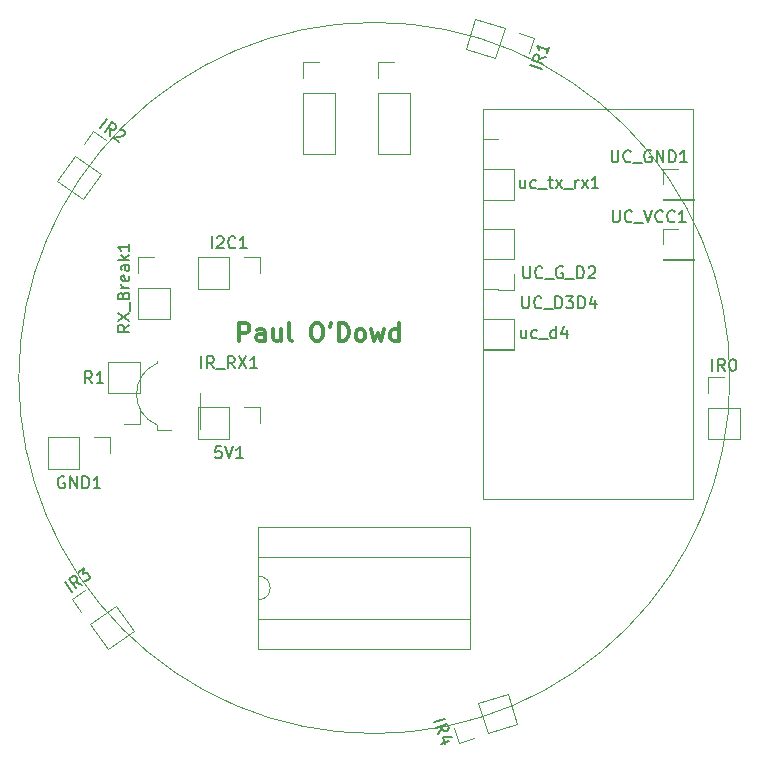
<source format=gto>
G04 #@! TF.GenerationSoftware,KiCad,Pcbnew,(5.1.4)-1*
G04 #@! TF.CreationDate,2021-11-17T10:26:50+00:00*
G04 #@! TF.ProjectId,3Pi_IRComms_v1,3350695f-4952-4436-9f6d-6d735f76312e,rev?*
G04 #@! TF.SameCoordinates,Original*
G04 #@! TF.FileFunction,Legend,Top*
G04 #@! TF.FilePolarity,Positive*
%FSLAX46Y46*%
G04 Gerber Fmt 4.6, Leading zero omitted, Abs format (unit mm)*
G04 Created by KiCad (PCBNEW (5.1.4)-1) date 2021-11-17 10:26:50*
%MOMM*%
%LPD*%
G04 APERTURE LIST*
%ADD10C,0.120000*%
%ADD11C,0.300000*%
%ADD12C,0.150000*%
G04 APERTURE END LIST*
D10*
X114240000Y-101720000D02*
X114240000Y-68700000D01*
X132020000Y-68700000D02*
X132020000Y-101720000D01*
X114240000Y-68700000D02*
X132020000Y-68700000D01*
X135116312Y-91440000D02*
G75*
G03X135116312Y-91440000I-30103822J0D01*
G01*
X132020000Y-101720000D02*
X114240000Y-101720000D01*
D11*
X93580000Y-88308571D02*
X93580000Y-86808571D01*
X94151428Y-86808571D01*
X94294285Y-86880000D01*
X94365714Y-86951428D01*
X94437142Y-87094285D01*
X94437142Y-87308571D01*
X94365714Y-87451428D01*
X94294285Y-87522857D01*
X94151428Y-87594285D01*
X93580000Y-87594285D01*
X95722857Y-88308571D02*
X95722857Y-87522857D01*
X95651428Y-87380000D01*
X95508571Y-87308571D01*
X95222857Y-87308571D01*
X95080000Y-87380000D01*
X95722857Y-88237142D02*
X95580000Y-88308571D01*
X95222857Y-88308571D01*
X95080000Y-88237142D01*
X95008571Y-88094285D01*
X95008571Y-87951428D01*
X95080000Y-87808571D01*
X95222857Y-87737142D01*
X95580000Y-87737142D01*
X95722857Y-87665714D01*
X97080000Y-87308571D02*
X97080000Y-88308571D01*
X96437142Y-87308571D02*
X96437142Y-88094285D01*
X96508571Y-88237142D01*
X96651428Y-88308571D01*
X96865714Y-88308571D01*
X97008571Y-88237142D01*
X97080000Y-88165714D01*
X98008571Y-88308571D02*
X97865714Y-88237142D01*
X97794285Y-88094285D01*
X97794285Y-86808571D01*
X100008571Y-86808571D02*
X100294285Y-86808571D01*
X100437142Y-86880000D01*
X100580000Y-87022857D01*
X100651428Y-87308571D01*
X100651428Y-87808571D01*
X100580000Y-88094285D01*
X100437142Y-88237142D01*
X100294285Y-88308571D01*
X100008571Y-88308571D01*
X99865714Y-88237142D01*
X99722857Y-88094285D01*
X99651428Y-87808571D01*
X99651428Y-87308571D01*
X99722857Y-87022857D01*
X99865714Y-86880000D01*
X100008571Y-86808571D01*
X101365714Y-86808571D02*
X101222857Y-87094285D01*
X102008571Y-88308571D02*
X102008571Y-86808571D01*
X102365714Y-86808571D01*
X102580000Y-86880000D01*
X102722857Y-87022857D01*
X102794285Y-87165714D01*
X102865714Y-87451428D01*
X102865714Y-87665714D01*
X102794285Y-87951428D01*
X102722857Y-88094285D01*
X102580000Y-88237142D01*
X102365714Y-88308571D01*
X102008571Y-88308571D01*
X103722857Y-88308571D02*
X103580000Y-88237142D01*
X103508571Y-88165714D01*
X103437142Y-88022857D01*
X103437142Y-87594285D01*
X103508571Y-87451428D01*
X103580000Y-87380000D01*
X103722857Y-87308571D01*
X103937142Y-87308571D01*
X104080000Y-87380000D01*
X104151428Y-87451428D01*
X104222857Y-87594285D01*
X104222857Y-88022857D01*
X104151428Y-88165714D01*
X104080000Y-88237142D01*
X103937142Y-88308571D01*
X103722857Y-88308571D01*
X104722857Y-87308571D02*
X105008571Y-88308571D01*
X105294285Y-87594285D01*
X105580000Y-88308571D01*
X105865714Y-87308571D01*
X107080000Y-88308571D02*
X107080000Y-86808571D01*
X107080000Y-88237142D02*
X106937142Y-88308571D01*
X106651428Y-88308571D01*
X106508571Y-88237142D01*
X106437142Y-88165714D01*
X106365714Y-88022857D01*
X106365714Y-87594285D01*
X106437142Y-87451428D01*
X106508571Y-87380000D01*
X106651428Y-87308571D01*
X106937142Y-87308571D01*
X107080000Y-87380000D01*
D10*
X85150000Y-95310000D02*
X83820000Y-95310000D01*
X85150000Y-93980000D02*
X85150000Y-95310000D01*
X85150000Y-92710000D02*
X82490000Y-92710000D01*
X82490000Y-92710000D02*
X82490000Y-90110000D01*
X85150000Y-92710000D02*
X85150000Y-90110000D01*
X85150000Y-90110000D02*
X82490000Y-90110000D01*
X82610000Y-96460000D02*
X82610000Y-97790000D01*
X81280000Y-96460000D02*
X82610000Y-96460000D01*
X80010000Y-96460000D02*
X80010000Y-99120000D01*
X80010000Y-99120000D02*
X77410000Y-99120000D01*
X80010000Y-96460000D02*
X77410000Y-96460000D01*
X77410000Y-96460000D02*
X77410000Y-99120000D01*
X95310000Y-81220000D02*
X95310000Y-82550000D01*
X93980000Y-81220000D02*
X95310000Y-81220000D01*
X92710000Y-81220000D02*
X92710000Y-83880000D01*
X92710000Y-83880000D02*
X90110000Y-83880000D01*
X92710000Y-81220000D02*
X90110000Y-81220000D01*
X90110000Y-81220000D02*
X90110000Y-83880000D01*
X95190000Y-108220000D02*
G75*
G02X95190000Y-110220000I0J-1000000D01*
G01*
X95190000Y-110220000D02*
X95190000Y-111870000D01*
X95190000Y-111870000D02*
X113090000Y-111870000D01*
X113090000Y-111870000D02*
X113090000Y-106570000D01*
X113090000Y-106570000D02*
X95190000Y-106570000D01*
X95190000Y-106570000D02*
X95190000Y-108220000D01*
X95130000Y-114360000D02*
X113150000Y-114360000D01*
X113150000Y-114360000D02*
X113150000Y-104080000D01*
X113150000Y-104080000D02*
X95130000Y-104080000D01*
X95130000Y-104080000D02*
X95130000Y-114360000D01*
X99000000Y-64710000D02*
X100330000Y-64710000D01*
X99000000Y-66040000D02*
X99000000Y-64710000D01*
X99000000Y-67310000D02*
X101660000Y-67310000D01*
X101660000Y-67310000D02*
X101660000Y-72450000D01*
X99000000Y-67310000D02*
X99000000Y-72450000D01*
X99000000Y-72450000D02*
X101660000Y-72450000D01*
X105350000Y-64710000D02*
X106680000Y-64710000D01*
X105350000Y-66040000D02*
X105350000Y-64710000D01*
X105350000Y-67310000D02*
X108010000Y-67310000D01*
X108010000Y-67310000D02*
X108010000Y-72450000D01*
X105350000Y-67310000D02*
X105350000Y-72450000D01*
X105350000Y-72450000D02*
X108010000Y-72450000D01*
X118515898Y-62646087D02*
X118104905Y-63910993D01*
X117250993Y-62235095D02*
X118515898Y-62646087D01*
X116043151Y-61842643D02*
X115221166Y-64372454D01*
X115221166Y-64372454D02*
X112748419Y-63569009D01*
X116043151Y-61842643D02*
X113570404Y-61039199D01*
X113570404Y-61039199D02*
X112748419Y-63569009D01*
X112176087Y-122325898D02*
X111765095Y-121060993D01*
X113440993Y-121914905D02*
X112176087Y-122325898D01*
X114648834Y-121522454D02*
X113826849Y-118992643D01*
X113826849Y-118992643D02*
X116299596Y-118189199D01*
X114648834Y-121522454D02*
X117121581Y-120719009D01*
X117121581Y-120719009D02*
X116299596Y-118189199D01*
X79422253Y-110195762D02*
X80498246Y-109414007D01*
X80204007Y-111271754D02*
X79422253Y-110195762D01*
X80950495Y-112299206D02*
X83102480Y-110735697D01*
X83102480Y-110735697D02*
X84630722Y-112839141D01*
X80950495Y-112299206D02*
X82478736Y-114402650D01*
X82478736Y-114402650D02*
X84630722Y-112839141D01*
X86600000Y-95870000D02*
X87800000Y-95870000D01*
X86600000Y-95870000D02*
X86600000Y-95410000D01*
X90260000Y-95790000D02*
X90260000Y-92710000D01*
X86600000Y-90210000D02*
G75*
G03X86600000Y-95410000I1100000J-2600000D01*
G01*
X86600000Y-90210000D02*
X86600000Y-89990000D01*
X95310000Y-93920000D02*
X95310000Y-95250000D01*
X93980000Y-93920000D02*
X95310000Y-93920000D01*
X92710000Y-93920000D02*
X92710000Y-96580000D01*
X92710000Y-96580000D02*
X90110000Y-96580000D01*
X92710000Y-93920000D02*
X90110000Y-93920000D01*
X90110000Y-93920000D02*
X90110000Y-96580000D01*
X116840000Y-84000000D02*
X115510000Y-84000000D01*
X116840000Y-82670000D02*
X116840000Y-84000000D01*
X116840000Y-81400000D02*
X114180000Y-81400000D01*
X114180000Y-81400000D02*
X114180000Y-78800000D01*
X116840000Y-81400000D02*
X116840000Y-78800000D01*
X116840000Y-78800000D02*
X114180000Y-78800000D01*
X133290000Y-91380000D02*
X134620000Y-91380000D01*
X133290000Y-92710000D02*
X133290000Y-91380000D01*
X133290000Y-93980000D02*
X135950000Y-93980000D01*
X135950000Y-93980000D02*
X135950000Y-96580000D01*
X133290000Y-93980000D02*
X133290000Y-96580000D01*
X133290000Y-96580000D02*
X135950000Y-96580000D01*
X114180000Y-83880000D02*
X115510000Y-83880000D01*
X114180000Y-85210000D02*
X114180000Y-83880000D01*
X114180000Y-86480000D02*
X116840000Y-86480000D01*
X116840000Y-86480000D02*
X116840000Y-89080000D01*
X114180000Y-86480000D02*
X114180000Y-89080000D01*
X114180000Y-89080000D02*
X116840000Y-89080000D01*
X114180000Y-86420000D02*
X115510000Y-86420000D01*
X114180000Y-87750000D02*
X114180000Y-86420000D01*
X114180000Y-89020000D02*
X116840000Y-89020000D01*
X116840000Y-89020000D02*
X116840000Y-89080000D01*
X114180000Y-89020000D02*
X114180000Y-89080000D01*
X114180000Y-89080000D02*
X116840000Y-89080000D01*
X81208737Y-70532253D02*
X82284729Y-71314007D01*
X80426982Y-71608246D02*
X81208737Y-70532253D01*
X79680495Y-72635697D02*
X81832480Y-74199206D01*
X81832480Y-74199206D02*
X80304239Y-76302650D01*
X79680495Y-72635697D02*
X78152253Y-74739141D01*
X78152253Y-74739141D02*
X80304239Y-76302650D01*
X114180000Y-71180000D02*
X115510000Y-71180000D01*
X114180000Y-72510000D02*
X114180000Y-71180000D01*
X114180000Y-73780000D02*
X116840000Y-73780000D01*
X116840000Y-73780000D02*
X116840000Y-76380000D01*
X114180000Y-73780000D02*
X114180000Y-76380000D01*
X114180000Y-76380000D02*
X116840000Y-76380000D01*
X85030000Y-81220000D02*
X86360000Y-81220000D01*
X85030000Y-82550000D02*
X85030000Y-81220000D01*
X85030000Y-83820000D02*
X87690000Y-83820000D01*
X87690000Y-83820000D02*
X87690000Y-86420000D01*
X85030000Y-83820000D02*
X85030000Y-86420000D01*
X85030000Y-86420000D02*
X87690000Y-86420000D01*
X129420000Y-78800000D02*
X130750000Y-78800000D01*
X129420000Y-80130000D02*
X129420000Y-78800000D01*
X129420000Y-81400000D02*
X132080000Y-81400000D01*
X132080000Y-81400000D02*
X132080000Y-81460000D01*
X129420000Y-81400000D02*
X129420000Y-81460000D01*
X129420000Y-81460000D02*
X132080000Y-81460000D01*
X129420000Y-73720000D02*
X130750000Y-73720000D01*
X129420000Y-75050000D02*
X129420000Y-73720000D01*
X129420000Y-76320000D02*
X132080000Y-76320000D01*
X132080000Y-76320000D02*
X132080000Y-76380000D01*
X129420000Y-76320000D02*
X129420000Y-76380000D01*
X129420000Y-76380000D02*
X132080000Y-76380000D01*
D12*
X81113333Y-91892380D02*
X80780000Y-91416190D01*
X80541904Y-91892380D02*
X80541904Y-90892380D01*
X80922857Y-90892380D01*
X81018095Y-90940000D01*
X81065714Y-90987619D01*
X81113333Y-91082857D01*
X81113333Y-91225714D01*
X81065714Y-91320952D01*
X81018095Y-91368571D01*
X80922857Y-91416190D01*
X80541904Y-91416190D01*
X82065714Y-91892380D02*
X81494285Y-91892380D01*
X81780000Y-91892380D02*
X81780000Y-90892380D01*
X81684761Y-91035238D01*
X81589523Y-91130476D01*
X81494285Y-91178095D01*
X78771904Y-99830000D02*
X78676666Y-99782380D01*
X78533809Y-99782380D01*
X78390952Y-99830000D01*
X78295714Y-99925238D01*
X78248095Y-100020476D01*
X78200476Y-100210952D01*
X78200476Y-100353809D01*
X78248095Y-100544285D01*
X78295714Y-100639523D01*
X78390952Y-100734761D01*
X78533809Y-100782380D01*
X78629047Y-100782380D01*
X78771904Y-100734761D01*
X78819523Y-100687142D01*
X78819523Y-100353809D01*
X78629047Y-100353809D01*
X79248095Y-100782380D02*
X79248095Y-99782380D01*
X79819523Y-100782380D01*
X79819523Y-99782380D01*
X80295714Y-100782380D02*
X80295714Y-99782380D01*
X80533809Y-99782380D01*
X80676666Y-99830000D01*
X80771904Y-99925238D01*
X80819523Y-100020476D01*
X80867142Y-100210952D01*
X80867142Y-100353809D01*
X80819523Y-100544285D01*
X80771904Y-100639523D01*
X80676666Y-100734761D01*
X80533809Y-100782380D01*
X80295714Y-100782380D01*
X81819523Y-100782380D02*
X81248095Y-100782380D01*
X81533809Y-100782380D02*
X81533809Y-99782380D01*
X81438571Y-99925238D01*
X81343333Y-100020476D01*
X81248095Y-100068095D01*
X91257619Y-80462380D02*
X91257619Y-79462380D01*
X91686190Y-79557619D02*
X91733809Y-79510000D01*
X91829047Y-79462380D01*
X92067142Y-79462380D01*
X92162380Y-79510000D01*
X92210000Y-79557619D01*
X92257619Y-79652857D01*
X92257619Y-79748095D01*
X92210000Y-79890952D01*
X91638571Y-80462380D01*
X92257619Y-80462380D01*
X93257619Y-80367142D02*
X93210000Y-80414761D01*
X93067142Y-80462380D01*
X92971904Y-80462380D01*
X92829047Y-80414761D01*
X92733809Y-80319523D01*
X92686190Y-80224285D01*
X92638571Y-80033809D01*
X92638571Y-79890952D01*
X92686190Y-79700476D01*
X92733809Y-79605238D01*
X92829047Y-79510000D01*
X92971904Y-79462380D01*
X93067142Y-79462380D01*
X93210000Y-79510000D01*
X93257619Y-79557619D01*
X94210000Y-80462380D02*
X93638571Y-80462380D01*
X93924285Y-80462380D02*
X93924285Y-79462380D01*
X93829047Y-79605238D01*
X93733809Y-79700476D01*
X93638571Y-79748095D01*
X119184542Y-65288215D02*
X118233485Y-64979198D01*
X119508274Y-64291870D02*
X118952384Y-64461738D01*
X119331693Y-64835331D02*
X118380636Y-64526314D01*
X118498357Y-64164007D01*
X118573076Y-64088145D01*
X118633079Y-64057572D01*
X118738371Y-64041714D01*
X118874236Y-64085859D01*
X118950098Y-64160578D01*
X118980671Y-64220581D01*
X118996530Y-64325873D01*
X118878809Y-64688180D01*
X119802576Y-63386102D02*
X119625995Y-63929563D01*
X119714285Y-63657833D02*
X118763229Y-63348816D01*
X118869664Y-63483538D01*
X118930810Y-63603545D01*
X118946669Y-63708837D01*
X110082138Y-120581391D02*
X111033195Y-120272374D01*
X110405870Y-121577736D02*
X110755749Y-121113566D01*
X110229289Y-121034275D02*
X111180346Y-120725258D01*
X111298066Y-121087565D01*
X111282208Y-121192857D01*
X111251635Y-121252860D01*
X111175773Y-121327579D01*
X111039908Y-121371724D01*
X110934616Y-121355866D01*
X110874613Y-121325293D01*
X110799894Y-121249431D01*
X110682173Y-120887124D01*
X111304780Y-122186915D02*
X110670742Y-122392927D01*
X111593511Y-121842753D02*
X110840610Y-121837037D01*
X111031906Y-122425786D01*
X79386608Y-109544764D02*
X78798822Y-108735747D01*
X80234149Y-108928989D02*
X79684579Y-108739671D01*
X79771854Y-109264866D02*
X79184069Y-108455849D01*
X79492266Y-108231931D01*
X79597305Y-108214476D01*
X79663819Y-108225011D01*
X79758323Y-108274070D01*
X79842292Y-108389644D01*
X79859747Y-108494683D01*
X79849213Y-108561197D01*
X79800153Y-108655702D01*
X79491956Y-108879620D01*
X79916036Y-107924043D02*
X80416856Y-107560176D01*
X80371102Y-108064302D01*
X80486676Y-107980332D01*
X80591715Y-107962877D01*
X80658230Y-107973412D01*
X80752734Y-108022472D01*
X80892683Y-108215095D01*
X80910137Y-108320134D01*
X80899603Y-108386648D01*
X80850543Y-108481152D01*
X80619395Y-108649091D01*
X80514356Y-108666546D01*
X80447842Y-108656011D01*
X90376666Y-90622380D02*
X90376666Y-89622380D01*
X91424285Y-90622380D02*
X91090952Y-90146190D01*
X90852857Y-90622380D02*
X90852857Y-89622380D01*
X91233809Y-89622380D01*
X91329047Y-89670000D01*
X91376666Y-89717619D01*
X91424285Y-89812857D01*
X91424285Y-89955714D01*
X91376666Y-90050952D01*
X91329047Y-90098571D01*
X91233809Y-90146190D01*
X90852857Y-90146190D01*
X91614761Y-90717619D02*
X92376666Y-90717619D01*
X93186190Y-90622380D02*
X92852857Y-90146190D01*
X92614761Y-90622380D02*
X92614761Y-89622380D01*
X92995714Y-89622380D01*
X93090952Y-89670000D01*
X93138571Y-89717619D01*
X93186190Y-89812857D01*
X93186190Y-89955714D01*
X93138571Y-90050952D01*
X93090952Y-90098571D01*
X92995714Y-90146190D01*
X92614761Y-90146190D01*
X93519523Y-89622380D02*
X94186190Y-90622380D01*
X94186190Y-89622380D02*
X93519523Y-90622380D01*
X95090952Y-90622380D02*
X94519523Y-90622380D01*
X94805238Y-90622380D02*
X94805238Y-89622380D01*
X94710000Y-89765238D01*
X94614761Y-89860476D01*
X94519523Y-89908095D01*
X92043333Y-97242380D02*
X91567142Y-97242380D01*
X91519523Y-97718571D01*
X91567142Y-97670952D01*
X91662380Y-97623333D01*
X91900476Y-97623333D01*
X91995714Y-97670952D01*
X92043333Y-97718571D01*
X92090952Y-97813809D01*
X92090952Y-98051904D01*
X92043333Y-98147142D01*
X91995714Y-98194761D01*
X91900476Y-98242380D01*
X91662380Y-98242380D01*
X91567142Y-98194761D01*
X91519523Y-98147142D01*
X92376666Y-97242380D02*
X92710000Y-98242380D01*
X93043333Y-97242380D01*
X93900476Y-98242380D02*
X93329047Y-98242380D01*
X93614761Y-98242380D02*
X93614761Y-97242380D01*
X93519523Y-97385238D01*
X93424285Y-97480476D01*
X93329047Y-97528095D01*
X117626190Y-82002380D02*
X117626190Y-82811904D01*
X117673809Y-82907142D01*
X117721428Y-82954761D01*
X117816666Y-83002380D01*
X118007142Y-83002380D01*
X118102380Y-82954761D01*
X118150000Y-82907142D01*
X118197619Y-82811904D01*
X118197619Y-82002380D01*
X119245238Y-82907142D02*
X119197619Y-82954761D01*
X119054761Y-83002380D01*
X118959523Y-83002380D01*
X118816666Y-82954761D01*
X118721428Y-82859523D01*
X118673809Y-82764285D01*
X118626190Y-82573809D01*
X118626190Y-82430952D01*
X118673809Y-82240476D01*
X118721428Y-82145238D01*
X118816666Y-82050000D01*
X118959523Y-82002380D01*
X119054761Y-82002380D01*
X119197619Y-82050000D01*
X119245238Y-82097619D01*
X119435714Y-83097619D02*
X120197619Y-83097619D01*
X120959523Y-82050000D02*
X120864285Y-82002380D01*
X120721428Y-82002380D01*
X120578571Y-82050000D01*
X120483333Y-82145238D01*
X120435714Y-82240476D01*
X120388095Y-82430952D01*
X120388095Y-82573809D01*
X120435714Y-82764285D01*
X120483333Y-82859523D01*
X120578571Y-82954761D01*
X120721428Y-83002380D01*
X120816666Y-83002380D01*
X120959523Y-82954761D01*
X121007142Y-82907142D01*
X121007142Y-82573809D01*
X120816666Y-82573809D01*
X121197619Y-83097619D02*
X121959523Y-83097619D01*
X122197619Y-83002380D02*
X122197619Y-82002380D01*
X122435714Y-82002380D01*
X122578571Y-82050000D01*
X122673809Y-82145238D01*
X122721428Y-82240476D01*
X122769047Y-82430952D01*
X122769047Y-82573809D01*
X122721428Y-82764285D01*
X122673809Y-82859523D01*
X122578571Y-82954761D01*
X122435714Y-83002380D01*
X122197619Y-83002380D01*
X123150000Y-82097619D02*
X123197619Y-82050000D01*
X123292857Y-82002380D01*
X123530952Y-82002380D01*
X123626190Y-82050000D01*
X123673809Y-82097619D01*
X123721428Y-82192857D01*
X123721428Y-82288095D01*
X123673809Y-82430952D01*
X123102380Y-83002380D01*
X123721428Y-83002380D01*
X133643809Y-90832380D02*
X133643809Y-89832380D01*
X134691428Y-90832380D02*
X134358095Y-90356190D01*
X134120000Y-90832380D02*
X134120000Y-89832380D01*
X134500952Y-89832380D01*
X134596190Y-89880000D01*
X134643809Y-89927619D01*
X134691428Y-90022857D01*
X134691428Y-90165714D01*
X134643809Y-90260952D01*
X134596190Y-90308571D01*
X134500952Y-90356190D01*
X134120000Y-90356190D01*
X135310476Y-89832380D02*
X135405714Y-89832380D01*
X135500952Y-89880000D01*
X135548571Y-89927619D01*
X135596190Y-90022857D01*
X135643809Y-90213333D01*
X135643809Y-90451428D01*
X135596190Y-90641904D01*
X135548571Y-90737142D01*
X135500952Y-90784761D01*
X135405714Y-90832380D01*
X135310476Y-90832380D01*
X135215238Y-90784761D01*
X135167619Y-90737142D01*
X135120000Y-90641904D01*
X135072380Y-90451428D01*
X135072380Y-90213333D01*
X135120000Y-90022857D01*
X135167619Y-89927619D01*
X135215238Y-89880000D01*
X135310476Y-89832380D01*
X117530952Y-84542380D02*
X117530952Y-85351904D01*
X117578571Y-85447142D01*
X117626190Y-85494761D01*
X117721428Y-85542380D01*
X117911904Y-85542380D01*
X118007142Y-85494761D01*
X118054761Y-85447142D01*
X118102380Y-85351904D01*
X118102380Y-84542380D01*
X119150000Y-85447142D02*
X119102380Y-85494761D01*
X118959523Y-85542380D01*
X118864285Y-85542380D01*
X118721428Y-85494761D01*
X118626190Y-85399523D01*
X118578571Y-85304285D01*
X118530952Y-85113809D01*
X118530952Y-84970952D01*
X118578571Y-84780476D01*
X118626190Y-84685238D01*
X118721428Y-84590000D01*
X118864285Y-84542380D01*
X118959523Y-84542380D01*
X119102380Y-84590000D01*
X119150000Y-84637619D01*
X119340476Y-85637619D02*
X120102380Y-85637619D01*
X120340476Y-85542380D02*
X120340476Y-84542380D01*
X120578571Y-84542380D01*
X120721428Y-84590000D01*
X120816666Y-84685238D01*
X120864285Y-84780476D01*
X120911904Y-84970952D01*
X120911904Y-85113809D01*
X120864285Y-85304285D01*
X120816666Y-85399523D01*
X120721428Y-85494761D01*
X120578571Y-85542380D01*
X120340476Y-85542380D01*
X121245238Y-84542380D02*
X121864285Y-84542380D01*
X121530952Y-84923333D01*
X121673809Y-84923333D01*
X121769047Y-84970952D01*
X121816666Y-85018571D01*
X121864285Y-85113809D01*
X121864285Y-85351904D01*
X121816666Y-85447142D01*
X121769047Y-85494761D01*
X121673809Y-85542380D01*
X121388095Y-85542380D01*
X121292857Y-85494761D01*
X121245238Y-85447142D01*
X122292857Y-85542380D02*
X122292857Y-84542380D01*
X122530952Y-84542380D01*
X122673809Y-84590000D01*
X122769047Y-84685238D01*
X122816666Y-84780476D01*
X122864285Y-84970952D01*
X122864285Y-85113809D01*
X122816666Y-85304285D01*
X122769047Y-85399523D01*
X122673809Y-85494761D01*
X122530952Y-85542380D01*
X122292857Y-85542380D01*
X123721428Y-84875714D02*
X123721428Y-85542380D01*
X123483333Y-84494761D02*
X123245238Y-85209047D01*
X123864285Y-85209047D01*
X117856190Y-87415714D02*
X117856190Y-88082380D01*
X117427619Y-87415714D02*
X117427619Y-87939523D01*
X117475238Y-88034761D01*
X117570476Y-88082380D01*
X117713333Y-88082380D01*
X117808571Y-88034761D01*
X117856190Y-87987142D01*
X118760952Y-88034761D02*
X118665714Y-88082380D01*
X118475238Y-88082380D01*
X118380000Y-88034761D01*
X118332380Y-87987142D01*
X118284761Y-87891904D01*
X118284761Y-87606190D01*
X118332380Y-87510952D01*
X118380000Y-87463333D01*
X118475238Y-87415714D01*
X118665714Y-87415714D01*
X118760952Y-87463333D01*
X118951428Y-88177619D02*
X119713333Y-88177619D01*
X120380000Y-88082380D02*
X120380000Y-87082380D01*
X120380000Y-88034761D02*
X120284761Y-88082380D01*
X120094285Y-88082380D01*
X119999047Y-88034761D01*
X119951428Y-87987142D01*
X119903809Y-87891904D01*
X119903809Y-87606190D01*
X119951428Y-87510952D01*
X119999047Y-87463333D01*
X120094285Y-87415714D01*
X120284761Y-87415714D01*
X120380000Y-87463333D01*
X121284761Y-87415714D02*
X121284761Y-88082380D01*
X121046666Y-87034761D02*
X120808571Y-87749047D01*
X121427619Y-87749047D01*
X81816857Y-70297183D02*
X82404642Y-69488166D01*
X82664399Y-70912958D02*
X82674624Y-70331783D01*
X82202103Y-70577081D02*
X82789888Y-69768064D01*
X83098085Y-69991982D01*
X83147145Y-70086486D01*
X83157680Y-70153001D01*
X83140225Y-70258040D01*
X83056255Y-70373613D01*
X82961751Y-70422673D01*
X82895237Y-70433208D01*
X82790198Y-70415753D01*
X82482001Y-70191835D01*
X83504401Y-70404908D02*
X83570916Y-70394374D01*
X83675955Y-70411829D01*
X83868578Y-70551777D01*
X83917637Y-70646282D01*
X83928172Y-70712796D01*
X83910717Y-70817835D01*
X83854738Y-70894884D01*
X83732244Y-70982468D01*
X82934071Y-71108886D01*
X83434891Y-71472754D01*
X117792857Y-74715714D02*
X117792857Y-75382380D01*
X117364285Y-74715714D02*
X117364285Y-75239523D01*
X117411904Y-75334761D01*
X117507142Y-75382380D01*
X117650000Y-75382380D01*
X117745238Y-75334761D01*
X117792857Y-75287142D01*
X118697619Y-75334761D02*
X118602380Y-75382380D01*
X118411904Y-75382380D01*
X118316666Y-75334761D01*
X118269047Y-75287142D01*
X118221428Y-75191904D01*
X118221428Y-74906190D01*
X118269047Y-74810952D01*
X118316666Y-74763333D01*
X118411904Y-74715714D01*
X118602380Y-74715714D01*
X118697619Y-74763333D01*
X118888095Y-75477619D02*
X119650000Y-75477619D01*
X119745238Y-74715714D02*
X120126190Y-74715714D01*
X119888095Y-74382380D02*
X119888095Y-75239523D01*
X119935714Y-75334761D01*
X120030952Y-75382380D01*
X120126190Y-75382380D01*
X120364285Y-75382380D02*
X120888095Y-74715714D01*
X120364285Y-74715714D02*
X120888095Y-75382380D01*
X121030952Y-75477619D02*
X121792857Y-75477619D01*
X122030952Y-75382380D02*
X122030952Y-74715714D01*
X122030952Y-74906190D02*
X122078571Y-74810952D01*
X122126190Y-74763333D01*
X122221428Y-74715714D01*
X122316666Y-74715714D01*
X122554761Y-75382380D02*
X123078571Y-74715714D01*
X122554761Y-74715714D02*
X123078571Y-75382380D01*
X123983333Y-75382380D02*
X123411904Y-75382380D01*
X123697619Y-75382380D02*
X123697619Y-74382380D01*
X123602380Y-74525238D01*
X123507142Y-74620476D01*
X123411904Y-74668095D01*
X84272380Y-86939047D02*
X83796190Y-87272380D01*
X84272380Y-87510476D02*
X83272380Y-87510476D01*
X83272380Y-87129523D01*
X83320000Y-87034285D01*
X83367619Y-86986666D01*
X83462857Y-86939047D01*
X83605714Y-86939047D01*
X83700952Y-86986666D01*
X83748571Y-87034285D01*
X83796190Y-87129523D01*
X83796190Y-87510476D01*
X83272380Y-86605714D02*
X84272380Y-85939047D01*
X83272380Y-85939047D02*
X84272380Y-86605714D01*
X84367619Y-85796190D02*
X84367619Y-85034285D01*
X83748571Y-84462857D02*
X83796190Y-84320000D01*
X83843809Y-84272380D01*
X83939047Y-84224761D01*
X84081904Y-84224761D01*
X84177142Y-84272380D01*
X84224761Y-84320000D01*
X84272380Y-84415238D01*
X84272380Y-84796190D01*
X83272380Y-84796190D01*
X83272380Y-84462857D01*
X83320000Y-84367619D01*
X83367619Y-84320000D01*
X83462857Y-84272380D01*
X83558095Y-84272380D01*
X83653333Y-84320000D01*
X83700952Y-84367619D01*
X83748571Y-84462857D01*
X83748571Y-84796190D01*
X84272380Y-83796190D02*
X83605714Y-83796190D01*
X83796190Y-83796190D02*
X83700952Y-83748571D01*
X83653333Y-83700952D01*
X83605714Y-83605714D01*
X83605714Y-83510476D01*
X84224761Y-82796190D02*
X84272380Y-82891428D01*
X84272380Y-83081904D01*
X84224761Y-83177142D01*
X84129523Y-83224761D01*
X83748571Y-83224761D01*
X83653333Y-83177142D01*
X83605714Y-83081904D01*
X83605714Y-82891428D01*
X83653333Y-82796190D01*
X83748571Y-82748571D01*
X83843809Y-82748571D01*
X83939047Y-83224761D01*
X84272380Y-81891428D02*
X83748571Y-81891428D01*
X83653333Y-81939047D01*
X83605714Y-82034285D01*
X83605714Y-82224761D01*
X83653333Y-82320000D01*
X84224761Y-81891428D02*
X84272380Y-81986666D01*
X84272380Y-82224761D01*
X84224761Y-82320000D01*
X84129523Y-82367619D01*
X84034285Y-82367619D01*
X83939047Y-82320000D01*
X83891428Y-82224761D01*
X83891428Y-81986666D01*
X83843809Y-81891428D01*
X84272380Y-81415238D02*
X83272380Y-81415238D01*
X83891428Y-81320000D02*
X84272380Y-81034285D01*
X83605714Y-81034285D02*
X83986666Y-81415238D01*
X84272380Y-80081904D02*
X84272380Y-80653333D01*
X84272380Y-80367619D02*
X83272380Y-80367619D01*
X83415238Y-80462857D01*
X83510476Y-80558095D01*
X83558095Y-80653333D01*
X125198571Y-77252380D02*
X125198571Y-78061904D01*
X125246190Y-78157142D01*
X125293809Y-78204761D01*
X125389047Y-78252380D01*
X125579523Y-78252380D01*
X125674761Y-78204761D01*
X125722380Y-78157142D01*
X125770000Y-78061904D01*
X125770000Y-77252380D01*
X126817619Y-78157142D02*
X126770000Y-78204761D01*
X126627142Y-78252380D01*
X126531904Y-78252380D01*
X126389047Y-78204761D01*
X126293809Y-78109523D01*
X126246190Y-78014285D01*
X126198571Y-77823809D01*
X126198571Y-77680952D01*
X126246190Y-77490476D01*
X126293809Y-77395238D01*
X126389047Y-77300000D01*
X126531904Y-77252380D01*
X126627142Y-77252380D01*
X126770000Y-77300000D01*
X126817619Y-77347619D01*
X127008095Y-78347619D02*
X127770000Y-78347619D01*
X127865238Y-77252380D02*
X128198571Y-78252380D01*
X128531904Y-77252380D01*
X129436666Y-78157142D02*
X129389047Y-78204761D01*
X129246190Y-78252380D01*
X129150952Y-78252380D01*
X129008095Y-78204761D01*
X128912857Y-78109523D01*
X128865238Y-78014285D01*
X128817619Y-77823809D01*
X128817619Y-77680952D01*
X128865238Y-77490476D01*
X128912857Y-77395238D01*
X129008095Y-77300000D01*
X129150952Y-77252380D01*
X129246190Y-77252380D01*
X129389047Y-77300000D01*
X129436666Y-77347619D01*
X130436666Y-78157142D02*
X130389047Y-78204761D01*
X130246190Y-78252380D01*
X130150952Y-78252380D01*
X130008095Y-78204761D01*
X129912857Y-78109523D01*
X129865238Y-78014285D01*
X129817619Y-77823809D01*
X129817619Y-77680952D01*
X129865238Y-77490476D01*
X129912857Y-77395238D01*
X130008095Y-77300000D01*
X130150952Y-77252380D01*
X130246190Y-77252380D01*
X130389047Y-77300000D01*
X130436666Y-77347619D01*
X131389047Y-78252380D02*
X130817619Y-78252380D01*
X131103333Y-78252380D02*
X131103333Y-77252380D01*
X131008095Y-77395238D01*
X130912857Y-77490476D01*
X130817619Y-77538095D01*
X125103333Y-72172380D02*
X125103333Y-72981904D01*
X125150952Y-73077142D01*
X125198571Y-73124761D01*
X125293809Y-73172380D01*
X125484285Y-73172380D01*
X125579523Y-73124761D01*
X125627142Y-73077142D01*
X125674761Y-72981904D01*
X125674761Y-72172380D01*
X126722380Y-73077142D02*
X126674761Y-73124761D01*
X126531904Y-73172380D01*
X126436666Y-73172380D01*
X126293809Y-73124761D01*
X126198571Y-73029523D01*
X126150952Y-72934285D01*
X126103333Y-72743809D01*
X126103333Y-72600952D01*
X126150952Y-72410476D01*
X126198571Y-72315238D01*
X126293809Y-72220000D01*
X126436666Y-72172380D01*
X126531904Y-72172380D01*
X126674761Y-72220000D01*
X126722380Y-72267619D01*
X126912857Y-73267619D02*
X127674761Y-73267619D01*
X128436666Y-72220000D02*
X128341428Y-72172380D01*
X128198571Y-72172380D01*
X128055714Y-72220000D01*
X127960476Y-72315238D01*
X127912857Y-72410476D01*
X127865238Y-72600952D01*
X127865238Y-72743809D01*
X127912857Y-72934285D01*
X127960476Y-73029523D01*
X128055714Y-73124761D01*
X128198571Y-73172380D01*
X128293809Y-73172380D01*
X128436666Y-73124761D01*
X128484285Y-73077142D01*
X128484285Y-72743809D01*
X128293809Y-72743809D01*
X128912857Y-73172380D02*
X128912857Y-72172380D01*
X129484285Y-73172380D01*
X129484285Y-72172380D01*
X129960476Y-73172380D02*
X129960476Y-72172380D01*
X130198571Y-72172380D01*
X130341428Y-72220000D01*
X130436666Y-72315238D01*
X130484285Y-72410476D01*
X130531904Y-72600952D01*
X130531904Y-72743809D01*
X130484285Y-72934285D01*
X130436666Y-73029523D01*
X130341428Y-73124761D01*
X130198571Y-73172380D01*
X129960476Y-73172380D01*
X131484285Y-73172380D02*
X130912857Y-73172380D01*
X131198571Y-73172380D02*
X131198571Y-72172380D01*
X131103333Y-72315238D01*
X131008095Y-72410476D01*
X130912857Y-72458095D01*
M02*

</source>
